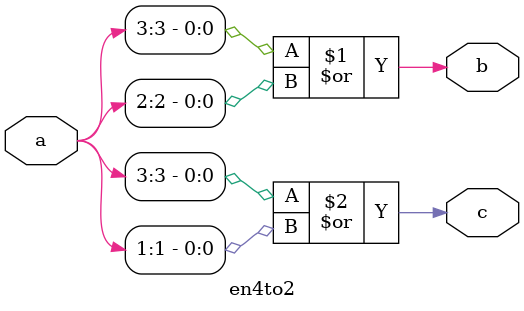
<source format=v>
module en4to2test;
reg [3:0] a;
wire b,c;
en4to2 aa(.a(a),.b(b),.c(c));
initial begin
  #0 a=4'b0001;
  #10 a=4'b0010;
  #10 a=4'b0100;
  #10 a=4'b1000;
end
initial begin
    $display("4:2 Encoder (Structural)-- HEM -- 2020503007");
    $monitor("A = %b, Out1 = %b, Out2 = %b",a,b,c);
end
endmodule

module en4to2(a,b,c);
input [3:0]a;
output b,c;
or o1(b,a[3],a[2]);
or o2(c,a[3],a[1]);
endmodule
</source>
